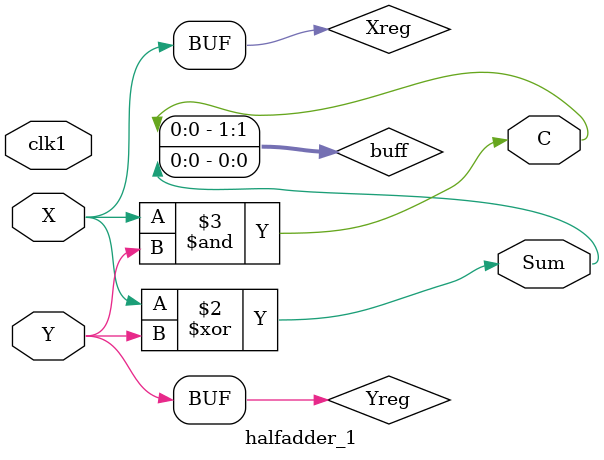
<source format=v>
`timescale 10ns/1ns

module halfadder_1(
    input X,
    input Y,
    output  C,
    output  Sum,
    input clk1
);
    reg [1:0] buff;
    wire Xreg, Yreg;
    assign Xreg = X;
    assign Yreg = Y;

    always @ (*) begin
        buff[0] = Xreg^Yreg;
        buff[1] = Xreg&Yreg;
        end
    
    assign Sum = buff[0];
    assign C = buff[1];
endmodule
</source>
